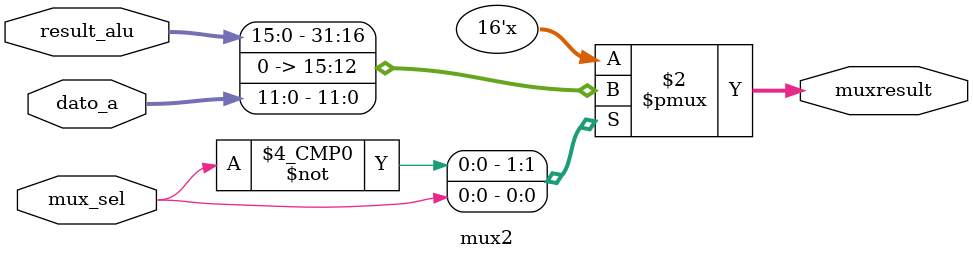
<source format=sv>
module mux2(input logic mux_sel,
				input logic [11:0] dato_a,
				input logic [15:0] result_alu, 
				output logic [15:0] muxresult);

always @(dato_a, result_alu, mux_sel) begin
    case(mux_sel)
        1'b0: muxresult= result_alu;
        1'b1: muxresult= {4'b0, dato_a};
        default: muxresult = 1'b0; // Por defecto, asigna 0 si sel está en un estado no esperado
    endcase
end

endmodule

</source>
